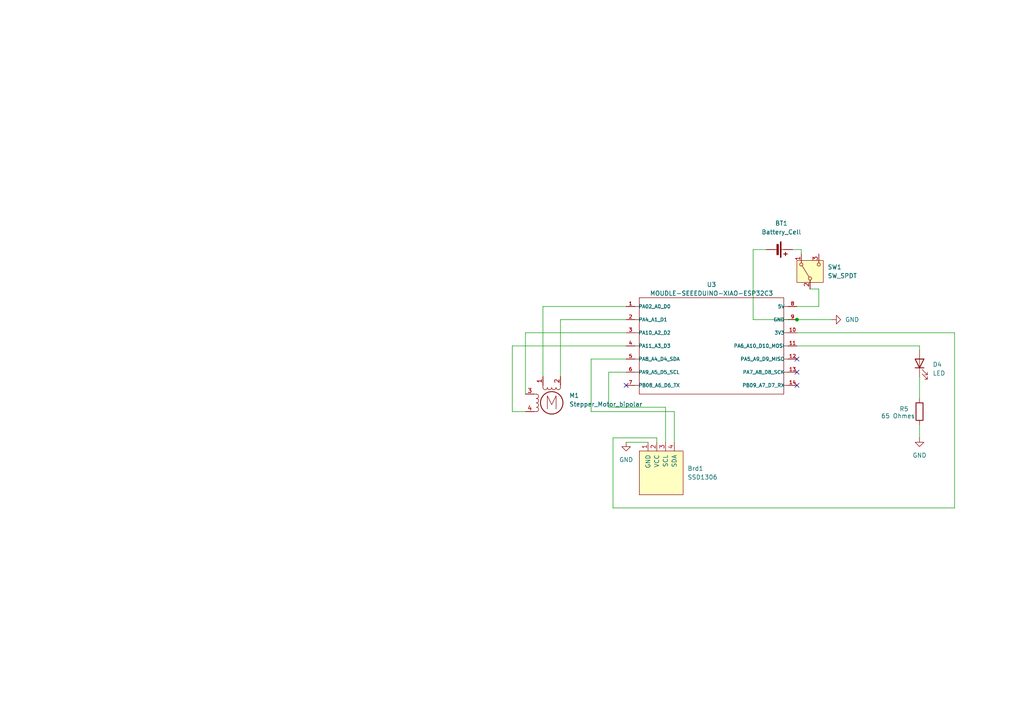
<source format=kicad_sch>
(kicad_sch
	(version 20231120)
	(generator "eeschema")
	(generator_version "8.0")
	(uuid "7337fde0-1ea6-453c-8879-0553c18887b5")
	(paper "A4")
	(title_block
		(title "Display part")
		(date "2025-02-05")
		(rev "V1")
		(company "Yu Shi")
	)
	(lib_symbols
		(symbol "Device:Battery_Cell"
			(pin_numbers hide)
			(pin_names
				(offset 0) hide)
			(exclude_from_sim no)
			(in_bom yes)
			(on_board yes)
			(property "Reference" "BT"
				(at 2.54 2.54 0)
				(effects
					(font
						(size 1.27 1.27)
					)
					(justify left)
				)
			)
			(property "Value" "Battery_Cell"
				(at 2.54 0 0)
				(effects
					(font
						(size 1.27 1.27)
					)
					(justify left)
				)
			)
			(property "Footprint" ""
				(at 0 1.524 90)
				(effects
					(font
						(size 1.27 1.27)
					)
					(hide yes)
				)
			)
			(property "Datasheet" "~"
				(at 0 1.524 90)
				(effects
					(font
						(size 1.27 1.27)
					)
					(hide yes)
				)
			)
			(property "Description" "Single-cell battery"
				(at 0 0 0)
				(effects
					(font
						(size 1.27 1.27)
					)
					(hide yes)
				)
			)
			(property "ki_keywords" "battery cell"
				(at 0 0 0)
				(effects
					(font
						(size 1.27 1.27)
					)
					(hide yes)
				)
			)
			(symbol "Battery_Cell_0_1"
				(rectangle
					(start -2.286 1.778)
					(end 2.286 1.524)
					(stroke
						(width 0)
						(type default)
					)
					(fill
						(type outline)
					)
				)
				(rectangle
					(start -1.524 1.016)
					(end 1.524 0.508)
					(stroke
						(width 0)
						(type default)
					)
					(fill
						(type outline)
					)
				)
				(polyline
					(pts
						(xy 0 0.762) (xy 0 0)
					)
					(stroke
						(width 0)
						(type default)
					)
					(fill
						(type none)
					)
				)
				(polyline
					(pts
						(xy 0 1.778) (xy 0 2.54)
					)
					(stroke
						(width 0)
						(type default)
					)
					(fill
						(type none)
					)
				)
				(polyline
					(pts
						(xy 0.762 3.048) (xy 1.778 3.048)
					)
					(stroke
						(width 0.254)
						(type default)
					)
					(fill
						(type none)
					)
				)
				(polyline
					(pts
						(xy 1.27 3.556) (xy 1.27 2.54)
					)
					(stroke
						(width 0.254)
						(type default)
					)
					(fill
						(type none)
					)
				)
			)
			(symbol "Battery_Cell_1_1"
				(pin passive line
					(at 0 5.08 270)
					(length 2.54)
					(name "+"
						(effects
							(font
								(size 1.27 1.27)
							)
						)
					)
					(number "1"
						(effects
							(font
								(size 1.27 1.27)
							)
						)
					)
				)
				(pin passive line
					(at 0 -2.54 90)
					(length 2.54)
					(name "-"
						(effects
							(font
								(size 1.27 1.27)
							)
						)
					)
					(number "2"
						(effects
							(font
								(size 1.27 1.27)
							)
						)
					)
				)
			)
		)
		(symbol "Device:LED"
			(pin_numbers hide)
			(pin_names
				(offset 1.016) hide)
			(exclude_from_sim no)
			(in_bom yes)
			(on_board yes)
			(property "Reference" "D"
				(at 0 2.54 0)
				(effects
					(font
						(size 1.27 1.27)
					)
				)
			)
			(property "Value" "LED"
				(at 0 -2.54 0)
				(effects
					(font
						(size 1.27 1.27)
					)
				)
			)
			(property "Footprint" ""
				(at 0 0 0)
				(effects
					(font
						(size 1.27 1.27)
					)
					(hide yes)
				)
			)
			(property "Datasheet" "~"
				(at 0 0 0)
				(effects
					(font
						(size 1.27 1.27)
					)
					(hide yes)
				)
			)
			(property "Description" "Light emitting diode"
				(at 0 0 0)
				(effects
					(font
						(size 1.27 1.27)
					)
					(hide yes)
				)
			)
			(property "ki_keywords" "LED diode"
				(at 0 0 0)
				(effects
					(font
						(size 1.27 1.27)
					)
					(hide yes)
				)
			)
			(property "ki_fp_filters" "LED* LED_SMD:* LED_THT:*"
				(at 0 0 0)
				(effects
					(font
						(size 1.27 1.27)
					)
					(hide yes)
				)
			)
			(symbol "LED_0_1"
				(polyline
					(pts
						(xy -1.27 -1.27) (xy -1.27 1.27)
					)
					(stroke
						(width 0.254)
						(type default)
					)
					(fill
						(type none)
					)
				)
				(polyline
					(pts
						(xy -1.27 0) (xy 1.27 0)
					)
					(stroke
						(width 0)
						(type default)
					)
					(fill
						(type none)
					)
				)
				(polyline
					(pts
						(xy 1.27 -1.27) (xy 1.27 1.27) (xy -1.27 0) (xy 1.27 -1.27)
					)
					(stroke
						(width 0.254)
						(type default)
					)
					(fill
						(type none)
					)
				)
				(polyline
					(pts
						(xy -3.048 -0.762) (xy -4.572 -2.286) (xy -3.81 -2.286) (xy -4.572 -2.286) (xy -4.572 -1.524)
					)
					(stroke
						(width 0)
						(type default)
					)
					(fill
						(type none)
					)
				)
				(polyline
					(pts
						(xy -1.778 -0.762) (xy -3.302 -2.286) (xy -2.54 -2.286) (xy -3.302 -2.286) (xy -3.302 -1.524)
					)
					(stroke
						(width 0)
						(type default)
					)
					(fill
						(type none)
					)
				)
			)
			(symbol "LED_1_1"
				(pin passive line
					(at -3.81 0 0)
					(length 2.54)
					(name "K"
						(effects
							(font
								(size 1.27 1.27)
							)
						)
					)
					(number "1"
						(effects
							(font
								(size 1.27 1.27)
							)
						)
					)
				)
				(pin passive line
					(at 3.81 0 180)
					(length 2.54)
					(name "A"
						(effects
							(font
								(size 1.27 1.27)
							)
						)
					)
					(number "2"
						(effects
							(font
								(size 1.27 1.27)
							)
						)
					)
				)
			)
		)
		(symbol "Device:R"
			(pin_numbers hide)
			(pin_names
				(offset 0)
			)
			(exclude_from_sim no)
			(in_bom yes)
			(on_board yes)
			(property "Reference" "R"
				(at 2.032 0 90)
				(effects
					(font
						(size 1.27 1.27)
					)
				)
			)
			(property "Value" "R"
				(at 0 0 90)
				(effects
					(font
						(size 1.27 1.27)
					)
				)
			)
			(property "Footprint" ""
				(at -1.778 0 90)
				(effects
					(font
						(size 1.27 1.27)
					)
					(hide yes)
				)
			)
			(property "Datasheet" "~"
				(at 0 0 0)
				(effects
					(font
						(size 1.27 1.27)
					)
					(hide yes)
				)
			)
			(property "Description" "Resistor"
				(at 0 0 0)
				(effects
					(font
						(size 1.27 1.27)
					)
					(hide yes)
				)
			)
			(property "ki_keywords" "R res resistor"
				(at 0 0 0)
				(effects
					(font
						(size 1.27 1.27)
					)
					(hide yes)
				)
			)
			(property "ki_fp_filters" "R_*"
				(at 0 0 0)
				(effects
					(font
						(size 1.27 1.27)
					)
					(hide yes)
				)
			)
			(symbol "R_0_1"
				(rectangle
					(start -1.016 -2.54)
					(end 1.016 2.54)
					(stroke
						(width 0.254)
						(type default)
					)
					(fill
						(type none)
					)
				)
			)
			(symbol "R_1_1"
				(pin passive line
					(at 0 3.81 270)
					(length 1.27)
					(name "~"
						(effects
							(font
								(size 1.27 1.27)
							)
						)
					)
					(number "1"
						(effects
							(font
								(size 1.27 1.27)
							)
						)
					)
				)
				(pin passive line
					(at 0 -3.81 90)
					(length 1.27)
					(name "~"
						(effects
							(font
								(size 1.27 1.27)
							)
						)
					)
					(number "2"
						(effects
							(font
								(size 1.27 1.27)
							)
						)
					)
				)
			)
		)
		(symbol "MOUDLE-SEEEDUINO-XIAO-ESP32C3_1"
			(pin_names
				(offset 1.016)
			)
			(exclude_from_sim no)
			(in_bom yes)
			(on_board yes)
			(property "Reference" "U"
				(at -21.59 15.24 0)
				(effects
					(font
						(size 1.27 1.27)
					)
					(justify left bottom)
				)
			)
			(property "Value" "MOUDLE-SEEEDUINO-XIAO-ESP32C3"
				(at -21.59 13.97 0)
				(effects
					(font
						(size 1.27 1.27)
					)
					(justify left bottom)
				)
			)
			(property "Footprint" "MOUDLE14P-SMD-2.54-21X17.8MM"
				(at 0 0 0)
				(effects
					(font
						(size 1.27 1.27)
					)
					(justify bottom)
					(hide yes)
				)
			)
			(property "Datasheet" ""
				(at 0 0 0)
				(effects
					(font
						(size 1.27 1.27)
					)
					(hide yes)
				)
			)
			(property "Description" ""
				(at 0 0 0)
				(effects
					(font
						(size 1.27 1.27)
					)
					(hide yes)
				)
			)
			(symbol "MOUDLE-SEEEDUINO-XIAO-ESP32C3_1_0_0"
				(polyline
					(pts
						(xy -21.59 -13.97) (xy -21.59 0)
					)
					(stroke
						(width 0.1524)
						(type default)
					)
					(fill
						(type none)
					)
				)
				(polyline
					(pts
						(xy -21.59 -11.43) (xy -22.86 -11.43)
					)
					(stroke
						(width 0.1524)
						(type default)
					)
					(fill
						(type none)
					)
				)
				(polyline
					(pts
						(xy -21.59 -7.62) (xy -22.86 -7.62)
					)
					(stroke
						(width 0.1524)
						(type default)
					)
					(fill
						(type none)
					)
				)
				(polyline
					(pts
						(xy -21.59 -3.81) (xy -22.86 -3.81)
					)
					(stroke
						(width 0.1524)
						(type default)
					)
					(fill
						(type none)
					)
				)
				(polyline
					(pts
						(xy -21.59 0) (xy -22.86 0)
					)
					(stroke
						(width 0.1524)
						(type default)
					)
					(fill
						(type none)
					)
				)
				(polyline
					(pts
						(xy -21.59 0) (xy -21.59 3.81)
					)
					(stroke
						(width 0.1524)
						(type default)
					)
					(fill
						(type none)
					)
				)
				(polyline
					(pts
						(xy -21.59 3.81) (xy -22.86 3.81)
					)
					(stroke
						(width 0.1524)
						(type default)
					)
					(fill
						(type none)
					)
				)
				(polyline
					(pts
						(xy -21.59 3.81) (xy -21.59 7.62)
					)
					(stroke
						(width 0.1524)
						(type default)
					)
					(fill
						(type none)
					)
				)
				(polyline
					(pts
						(xy -21.59 7.62) (xy -22.86 7.62)
					)
					(stroke
						(width 0.1524)
						(type default)
					)
					(fill
						(type none)
					)
				)
				(polyline
					(pts
						(xy -21.59 7.62) (xy -21.59 11.43)
					)
					(stroke
						(width 0.1524)
						(type default)
					)
					(fill
						(type none)
					)
				)
				(polyline
					(pts
						(xy -21.59 11.43) (xy -22.86 11.43)
					)
					(stroke
						(width 0.1524)
						(type default)
					)
					(fill
						(type none)
					)
				)
				(polyline
					(pts
						(xy -21.59 11.43) (xy -21.59 13.97)
					)
					(stroke
						(width 0.1524)
						(type default)
					)
					(fill
						(type none)
					)
				)
				(polyline
					(pts
						(xy -21.59 13.97) (xy 20.32 13.97)
					)
					(stroke
						(width 0.1524)
						(type default)
					)
					(fill
						(type none)
					)
				)
				(polyline
					(pts
						(xy 20.32 -13.97) (xy -21.59 -13.97)
					)
					(stroke
						(width 0.1524)
						(type default)
					)
					(fill
						(type none)
					)
				)
				(polyline
					(pts
						(xy 20.32 3.81) (xy 20.32 -13.97)
					)
					(stroke
						(width 0.1524)
						(type default)
					)
					(fill
						(type none)
					)
				)
				(polyline
					(pts
						(xy 20.32 7.62) (xy 20.32 3.81)
					)
					(stroke
						(width 0.1524)
						(type default)
					)
					(fill
						(type none)
					)
				)
				(polyline
					(pts
						(xy 20.32 11.43) (xy 20.32 7.62)
					)
					(stroke
						(width 0.1524)
						(type default)
					)
					(fill
						(type none)
					)
				)
				(polyline
					(pts
						(xy 20.32 13.97) (xy 20.32 11.43)
					)
					(stroke
						(width 0.1524)
						(type default)
					)
					(fill
						(type none)
					)
				)
				(polyline
					(pts
						(xy 21.59 -11.43) (xy 20.32 -11.43)
					)
					(stroke
						(width 0.1524)
						(type default)
					)
					(fill
						(type none)
					)
				)
				(polyline
					(pts
						(xy 21.59 -7.62) (xy 20.32 -7.62)
					)
					(stroke
						(width 0.1524)
						(type default)
					)
					(fill
						(type none)
					)
				)
				(polyline
					(pts
						(xy 21.59 -3.81) (xy 20.32 -3.81)
					)
					(stroke
						(width 0.1524)
						(type default)
					)
					(fill
						(type none)
					)
				)
				(polyline
					(pts
						(xy 21.59 0) (xy 20.32 0)
					)
					(stroke
						(width 0.1524)
						(type default)
					)
					(fill
						(type none)
					)
				)
				(polyline
					(pts
						(xy 21.59 3.81) (xy 20.32 3.81)
					)
					(stroke
						(width 0.1524)
						(type default)
					)
					(fill
						(type none)
					)
				)
				(polyline
					(pts
						(xy 21.59 7.62) (xy 20.32 7.62)
					)
					(stroke
						(width 0.1524)
						(type default)
					)
					(fill
						(type none)
					)
				)
				(polyline
					(pts
						(xy 21.59 11.43) (xy 20.32 11.43)
					)
					(stroke
						(width 0.1524)
						(type default)
					)
					(fill
						(type none)
					)
				)
				(pin bidirectional line
					(at -25.4 11.43 0)
					(length 2.54)
					(name "PA02_A0_D0"
						(effects
							(font
								(size 1.016 1.016)
							)
						)
					)
					(number "1"
						(effects
							(font
								(size 1.016 1.016)
							)
						)
					)
				)
				(pin bidirectional line
					(at 24.13 3.81 180)
					(length 2.54)
					(name "3V3"
						(effects
							(font
								(size 1.016 1.016)
							)
						)
					)
					(number "10"
						(effects
							(font
								(size 1.016 1.016)
							)
						)
					)
				)
				(pin bidirectional line
					(at 24.13 0 180)
					(length 2.54)
					(name "PA6_A10_D10_MOSI"
						(effects
							(font
								(size 1.016 1.016)
							)
						)
					)
					(number "11"
						(effects
							(font
								(size 1.016 1.016)
							)
						)
					)
				)
				(pin bidirectional line
					(at 24.13 -3.81 180)
					(length 2.54)
					(name "PA5_A9_D9_MISO"
						(effects
							(font
								(size 1.016 1.016)
							)
						)
					)
					(number "12"
						(effects
							(font
								(size 1.016 1.016)
							)
						)
					)
				)
				(pin bidirectional line
					(at 24.13 -7.62 180)
					(length 2.54)
					(name "PA7_A8_D8_SCK"
						(effects
							(font
								(size 1.016 1.016)
							)
						)
					)
					(number "13"
						(effects
							(font
								(size 1.016 1.016)
							)
						)
					)
				)
				(pin bidirectional line
					(at 24.13 -11.43 180)
					(length 2.54)
					(name "PB09_A7_D7_RX"
						(effects
							(font
								(size 1.016 1.016)
							)
						)
					)
					(number "14"
						(effects
							(font
								(size 1.016 1.016)
							)
						)
					)
				)
				(pin bidirectional line
					(at -25.4 7.62 0)
					(length 2.54)
					(name "PA4_A1_D1"
						(effects
							(font
								(size 1.016 1.016)
							)
						)
					)
					(number "2"
						(effects
							(font
								(size 1.016 1.016)
							)
						)
					)
				)
				(pin bidirectional line
					(at -25.4 3.81 0)
					(length 2.54)
					(name "PA10_A2_D2"
						(effects
							(font
								(size 1.016 1.016)
							)
						)
					)
					(number "3"
						(effects
							(font
								(size 1.016 1.016)
							)
						)
					)
				)
				(pin bidirectional line
					(at -25.4 0 0)
					(length 2.54)
					(name "PA11_A3_D3"
						(effects
							(font
								(size 1.016 1.016)
							)
						)
					)
					(number "4"
						(effects
							(font
								(size 1.016 1.016)
							)
						)
					)
				)
				(pin bidirectional line
					(at -25.4 -3.81 0)
					(length 2.54)
					(name "PA8_A4_D4_SDA"
						(effects
							(font
								(size 1.016 1.016)
							)
						)
					)
					(number "5"
						(effects
							(font
								(size 1.016 1.016)
							)
						)
					)
				)
				(pin bidirectional line
					(at -25.4 -7.62 0)
					(length 2.54)
					(name "PA9_A5_D5_SCL"
						(effects
							(font
								(size 1.016 1.016)
							)
						)
					)
					(number "6"
						(effects
							(font
								(size 1.016 1.016)
							)
						)
					)
				)
				(pin bidirectional line
					(at -25.4 -11.43 0)
					(length 2.54)
					(name "PB08_A6_D6_TX"
						(effects
							(font
								(size 1.016 1.016)
							)
						)
					)
					(number "7"
						(effects
							(font
								(size 1.016 1.016)
							)
						)
					)
				)
				(pin bidirectional line
					(at 24.13 11.43 180)
					(length 2.54)
					(name "5V"
						(effects
							(font
								(size 1.016 1.016)
							)
						)
					)
					(number "8"
						(effects
							(font
								(size 1.016 1.016)
							)
						)
					)
				)
				(pin bidirectional line
					(at 24.13 7.62 180)
					(length 2.54)
					(name "GND"
						(effects
							(font
								(size 1.016 1.016)
							)
						)
					)
					(number "9"
						(effects
							(font
								(size 1.016 1.016)
							)
						)
					)
				)
			)
		)
		(symbol "Motor:Stepper_Motor_bipolar"
			(pin_names
				(offset 0) hide)
			(exclude_from_sim no)
			(in_bom yes)
			(on_board yes)
			(property "Reference" "M"
				(at 3.81 2.54 0)
				(effects
					(font
						(size 1.27 1.27)
					)
					(justify left)
				)
			)
			(property "Value" "Stepper_Motor_bipolar"
				(at 3.81 1.27 0)
				(effects
					(font
						(size 1.27 1.27)
					)
					(justify left top)
				)
			)
			(property "Footprint" ""
				(at 0.254 -0.254 0)
				(effects
					(font
						(size 1.27 1.27)
					)
					(hide yes)
				)
			)
			(property "Datasheet" "http://www.infineon.com/dgdl/Application-Note-TLE8110EE_driving_UniPolarStepperMotor_V1.1.pdf?fileId=db3a30431be39b97011be5d0aa0a00b0"
				(at 0.254 -0.254 0)
				(effects
					(font
						(size 1.27 1.27)
					)
					(hide yes)
				)
			)
			(property "Description" "4-wire bipolar stepper motor"
				(at 0 0 0)
				(effects
					(font
						(size 1.27 1.27)
					)
					(hide yes)
				)
			)
			(property "ki_keywords" "bipolar stepper motor"
				(at 0 0 0)
				(effects
					(font
						(size 1.27 1.27)
					)
					(hide yes)
				)
			)
			(property "ki_fp_filters" "PinHeader*P2.54mm*Vertical* TerminalBlock* Motor*"
				(at 0 0 0)
				(effects
					(font
						(size 1.27 1.27)
					)
					(hide yes)
				)
			)
			(symbol "Stepper_Motor_bipolar_0_0"
				(polyline
					(pts
						(xy -1.27 -1.778) (xy -1.27 2.032) (xy 0 -0.508) (xy 1.27 2.032) (xy 1.27 -1.778)
					)
					(stroke
						(width 0)
						(type default)
					)
					(fill
						(type none)
					)
				)
			)
			(symbol "Stepper_Motor_bipolar_0_1"
				(arc
					(start -4.445 -2.54)
					(mid -3.8127 -1.905)
					(end -4.445 -1.27)
					(stroke
						(width 0)
						(type default)
					)
					(fill
						(type none)
					)
				)
				(arc
					(start -4.445 -1.27)
					(mid -3.8127 -0.635)
					(end -4.445 0)
					(stroke
						(width 0)
						(type default)
					)
					(fill
						(type none)
					)
				)
				(arc
					(start -4.445 0)
					(mid -3.8127 0.635)
					(end -4.445 1.27)
					(stroke
						(width 0)
						(type default)
					)
					(fill
						(type none)
					)
				)
				(arc
					(start -4.445 1.27)
					(mid -3.8127 1.905)
					(end -4.445 2.54)
					(stroke
						(width 0)
						(type default)
					)
					(fill
						(type none)
					)
				)
				(arc
					(start -2.54 4.445)
					(mid -1.905 3.8127)
					(end -1.27 4.445)
					(stroke
						(width 0)
						(type default)
					)
					(fill
						(type none)
					)
				)
				(arc
					(start -1.27 4.445)
					(mid -0.635 3.8127)
					(end 0 4.445)
					(stroke
						(width 0)
						(type default)
					)
					(fill
						(type none)
					)
				)
				(polyline
					(pts
						(xy -5.08 -2.54) (xy -4.445 -2.54)
					)
					(stroke
						(width 0)
						(type default)
					)
					(fill
						(type none)
					)
				)
				(polyline
					(pts
						(xy -5.08 2.54) (xy -4.445 2.54)
					)
					(stroke
						(width 0)
						(type default)
					)
					(fill
						(type none)
					)
				)
				(polyline
					(pts
						(xy -2.54 5.08) (xy -2.54 4.445)
					)
					(stroke
						(width 0)
						(type default)
					)
					(fill
						(type none)
					)
				)
				(polyline
					(pts
						(xy 2.54 5.08) (xy 2.54 4.445)
					)
					(stroke
						(width 0)
						(type default)
					)
					(fill
						(type none)
					)
				)
				(circle
					(center 0 0)
					(radius 3.2512)
					(stroke
						(width 0.254)
						(type default)
					)
					(fill
						(type none)
					)
				)
				(arc
					(start 0 4.445)
					(mid 0.635 3.8127)
					(end 1.27 4.445)
					(stroke
						(width 0)
						(type default)
					)
					(fill
						(type none)
					)
				)
				(arc
					(start 1.27 4.445)
					(mid 1.905 3.8127)
					(end 2.54 4.445)
					(stroke
						(width 0)
						(type default)
					)
					(fill
						(type none)
					)
				)
			)
			(symbol "Stepper_Motor_bipolar_1_1"
				(pin passive line
					(at -2.54 7.62 270)
					(length 2.54)
					(name "~"
						(effects
							(font
								(size 1.27 1.27)
							)
						)
					)
					(number "1"
						(effects
							(font
								(size 1.27 1.27)
							)
						)
					)
				)
				(pin passive line
					(at 2.54 7.62 270)
					(length 2.54)
					(name "-"
						(effects
							(font
								(size 1.27 1.27)
							)
						)
					)
					(number "2"
						(effects
							(font
								(size 1.27 1.27)
							)
						)
					)
				)
				(pin passive line
					(at -7.62 2.54 0)
					(length 2.54)
					(name "~"
						(effects
							(font
								(size 1.27 1.27)
							)
						)
					)
					(number "3"
						(effects
							(font
								(size 1.27 1.27)
							)
						)
					)
				)
				(pin passive line
					(at -7.62 -2.54 0)
					(length 2.54)
					(name "~"
						(effects
							(font
								(size 1.27 1.27)
							)
						)
					)
					(number "4"
						(effects
							(font
								(size 1.27 1.27)
							)
						)
					)
				)
			)
		)
		(symbol "Switch:SW_SPDT"
			(pin_names
				(offset 0) hide)
			(exclude_from_sim no)
			(in_bom yes)
			(on_board yes)
			(property "Reference" "SW"
				(at 0 5.08 0)
				(effects
					(font
						(size 1.27 1.27)
					)
				)
			)
			(property "Value" "SW_SPDT"
				(at 0 -5.08 0)
				(effects
					(font
						(size 1.27 1.27)
					)
				)
			)
			(property "Footprint" ""
				(at 0 0 0)
				(effects
					(font
						(size 1.27 1.27)
					)
					(hide yes)
				)
			)
			(property "Datasheet" "~"
				(at 0 -7.62 0)
				(effects
					(font
						(size 1.27 1.27)
					)
					(hide yes)
				)
			)
			(property "Description" "Switch, single pole double throw"
				(at 0 0 0)
				(effects
					(font
						(size 1.27 1.27)
					)
					(hide yes)
				)
			)
			(property "ki_keywords" "switch single-pole double-throw spdt ON-ON"
				(at 0 0 0)
				(effects
					(font
						(size 1.27 1.27)
					)
					(hide yes)
				)
			)
			(symbol "SW_SPDT_0_1"
				(circle
					(center -2.032 0)
					(radius 0.4572)
					(stroke
						(width 0)
						(type default)
					)
					(fill
						(type none)
					)
				)
				(polyline
					(pts
						(xy -1.651 0.254) (xy 1.651 2.286)
					)
					(stroke
						(width 0)
						(type default)
					)
					(fill
						(type none)
					)
				)
				(circle
					(center 2.032 -2.54)
					(radius 0.4572)
					(stroke
						(width 0)
						(type default)
					)
					(fill
						(type none)
					)
				)
				(circle
					(center 2.032 2.54)
					(radius 0.4572)
					(stroke
						(width 0)
						(type default)
					)
					(fill
						(type none)
					)
				)
			)
			(symbol "SW_SPDT_1_1"
				(rectangle
					(start -3.175 3.81)
					(end 3.175 -3.81)
					(stroke
						(width 0)
						(type default)
					)
					(fill
						(type background)
					)
				)
				(pin passive line
					(at 5.08 2.54 180)
					(length 2.54)
					(name "A"
						(effects
							(font
								(size 1.27 1.27)
							)
						)
					)
					(number "1"
						(effects
							(font
								(size 1.27 1.27)
							)
						)
					)
				)
				(pin passive line
					(at -5.08 0 0)
					(length 2.54)
					(name "B"
						(effects
							(font
								(size 1.27 1.27)
							)
						)
					)
					(number "2"
						(effects
							(font
								(size 1.27 1.27)
							)
						)
					)
				)
				(pin passive line
					(at 5.08 -2.54 180)
					(length 2.54)
					(name "C"
						(effects
							(font
								(size 1.27 1.27)
							)
						)
					)
					(number "3"
						(effects
							(font
								(size 1.27 1.27)
							)
						)
					)
				)
			)
		)
		(symbol "displaySSD1306:SSD1306"
			(pin_names
				(offset 1.016)
			)
			(exclude_from_sim no)
			(in_bom yes)
			(on_board yes)
			(property "Reference" "Brd"
				(at 0 -3.81 0)
				(effects
					(font
						(size 1.27 1.27)
					)
				)
			)
			(property "Value" "SSD1306"
				(at 0 -1.27 0)
				(effects
					(font
						(size 1.27 1.27)
					)
				)
			)
			(property "Footprint" ""
				(at 0 6.35 0)
				(effects
					(font
						(size 1.27 1.27)
					)
					(hide yes)
				)
			)
			(property "Datasheet" ""
				(at 0 6.35 0)
				(effects
					(font
						(size 1.27 1.27)
					)
					(hide yes)
				)
			)
			(property "Description" "SSD1306 OLED"
				(at 0 0 0)
				(effects
					(font
						(size 1.27 1.27)
					)
					(hide yes)
				)
			)
			(property "ki_keywords" "SSD1306"
				(at 0 0 0)
				(effects
					(font
						(size 1.27 1.27)
					)
					(hide yes)
				)
			)
			(property "ki_fp_filters" "SSD1306-128x64_OLED:SSD1306"
				(at 0 0 0)
				(effects
					(font
						(size 1.27 1.27)
					)
					(hide yes)
				)
			)
			(symbol "SSD1306_0_1"
				(rectangle
					(start -6.35 6.35)
					(end 6.35 -6.35)
					(stroke
						(width 0)
						(type solid)
					)
					(fill
						(type background)
					)
				)
			)
			(symbol "SSD1306_1_1"
				(pin input line
					(at -3.81 8.89 270)
					(length 2.54)
					(name "GND"
						(effects
							(font
								(size 1.27 1.27)
							)
						)
					)
					(number "1"
						(effects
							(font
								(size 1.27 1.27)
							)
						)
					)
				)
				(pin input line
					(at -1.27 8.89 270)
					(length 2.54)
					(name "VCC"
						(effects
							(font
								(size 1.27 1.27)
							)
						)
					)
					(number "2"
						(effects
							(font
								(size 1.27 1.27)
							)
						)
					)
				)
				(pin input line
					(at 1.27 8.89 270)
					(length 2.54)
					(name "SCL"
						(effects
							(font
								(size 1.27 1.27)
							)
						)
					)
					(number "3"
						(effects
							(font
								(size 1.27 1.27)
							)
						)
					)
				)
				(pin input line
					(at 3.81 8.89 270)
					(length 2.54)
					(name "SDA"
						(effects
							(font
								(size 1.27 1.27)
							)
						)
					)
					(number "4"
						(effects
							(font
								(size 1.27 1.27)
							)
						)
					)
				)
			)
		)
		(symbol "power:GND"
			(power)
			(pin_numbers hide)
			(pin_names
				(offset 0) hide)
			(exclude_from_sim no)
			(in_bom yes)
			(on_board yes)
			(property "Reference" "#PWR"
				(at 0 -6.35 0)
				(effects
					(font
						(size 1.27 1.27)
					)
					(hide yes)
				)
			)
			(property "Value" "GND"
				(at 0 -3.81 0)
				(effects
					(font
						(size 1.27 1.27)
					)
				)
			)
			(property "Footprint" ""
				(at 0 0 0)
				(effects
					(font
						(size 1.27 1.27)
					)
					(hide yes)
				)
			)
			(property "Datasheet" ""
				(at 0 0 0)
				(effects
					(font
						(size 1.27 1.27)
					)
					(hide yes)
				)
			)
			(property "Description" "Power symbol creates a global label with name \"GND\" , ground"
				(at 0 0 0)
				(effects
					(font
						(size 1.27 1.27)
					)
					(hide yes)
				)
			)
			(property "ki_keywords" "global power"
				(at 0 0 0)
				(effects
					(font
						(size 1.27 1.27)
					)
					(hide yes)
				)
			)
			(symbol "GND_0_1"
				(polyline
					(pts
						(xy 0 0) (xy 0 -1.27) (xy 1.27 -1.27) (xy 0 -2.54) (xy -1.27 -1.27) (xy 0 -1.27)
					)
					(stroke
						(width 0)
						(type default)
					)
					(fill
						(type none)
					)
				)
			)
			(symbol "GND_1_1"
				(pin power_in line
					(at 0 0 270)
					(length 0)
					(name "~"
						(effects
							(font
								(size 1.27 1.27)
							)
						)
					)
					(number "1"
						(effects
							(font
								(size 1.27 1.27)
							)
						)
					)
				)
			)
		)
	)
	(junction
		(at 231.14 92.71)
		(diameter 0)
		(color 0 0 0 0)
		(uuid "3003dffe-9451-4d10-82b8-2ab442fcabb1")
	)
	(no_connect
		(at 231.14 107.95)
		(uuid "5ed34761-3ed7-4b33-b7a1-2cbb913dbff2")
	)
	(no_connect
		(at 181.61 111.76)
		(uuid "6ebb5a21-9b66-477a-9105-638c4d3c2e1b")
	)
	(no_connect
		(at 231.14 104.14)
		(uuid "e0544de7-43b3-42ae-be00-0628673103cc")
	)
	(no_connect
		(at 231.14 111.76)
		(uuid "ee06c9c9-7049-48b0-86ce-8a36f67cc5f2")
	)
	(wire
		(pts
			(xy 232.41 72.39) (xy 232.41 73.66)
		)
		(stroke
			(width 0)
			(type default)
		)
		(uuid "09b8253c-806a-4277-b3c5-ad9b057556f3")
	)
	(wire
		(pts
			(xy 193.04 118.11) (xy 176.53 118.11)
		)
		(stroke
			(width 0)
			(type default)
		)
		(uuid "0ddf292f-33bf-4efe-8137-db54362d2934")
	)
	(wire
		(pts
			(xy 266.7 100.33) (xy 266.7 101.6)
		)
		(stroke
			(width 0)
			(type default)
		)
		(uuid "152b2bb5-3a56-45f4-9187-22504f9915ee")
	)
	(wire
		(pts
			(xy 162.56 92.71) (xy 181.61 92.71)
		)
		(stroke
			(width 0)
			(type default)
		)
		(uuid "21d1e2c3-7c76-42e1-97fe-2b12e97bb217")
	)
	(wire
		(pts
			(xy 157.48 88.9) (xy 181.61 88.9)
		)
		(stroke
			(width 0)
			(type default)
		)
		(uuid "2468c43e-e9b4-4b84-aaaf-dd5aa7b8a223")
	)
	(wire
		(pts
			(xy 148.59 100.33) (xy 181.61 100.33)
		)
		(stroke
			(width 0)
			(type default)
		)
		(uuid "25310d93-243a-49c4-9021-9f986d87fdd1")
	)
	(wire
		(pts
			(xy 231.14 92.71) (xy 241.3 92.71)
		)
		(stroke
			(width 0)
			(type default)
		)
		(uuid "29b0d698-5e45-429a-bf30-544e9d750424")
	)
	(wire
		(pts
			(xy 218.44 72.39) (xy 218.44 92.71)
		)
		(stroke
			(width 0)
			(type default)
		)
		(uuid "2ad9dbe6-617b-429a-9abc-2141a6f2337d")
	)
	(wire
		(pts
			(xy 266.7 127) (xy 266.7 123.19)
		)
		(stroke
			(width 0)
			(type default)
		)
		(uuid "2ba216f3-5168-4ff7-ba3f-ce717dd5f049")
	)
	(wire
		(pts
			(xy 266.7 115.57) (xy 266.7 109.22)
		)
		(stroke
			(width 0)
			(type default)
		)
		(uuid "378e1eb9-5fe5-4d7a-8bc7-20cfdd38d7b2")
	)
	(wire
		(pts
			(xy 195.58 119.38) (xy 171.45 119.38)
		)
		(stroke
			(width 0)
			(type default)
		)
		(uuid "5da58349-989f-4eb3-b8c5-3021f3a7c010")
	)
	(wire
		(pts
			(xy 276.86 96.52) (xy 231.14 96.52)
		)
		(stroke
			(width 0)
			(type default)
		)
		(uuid "62c23ab3-68d0-446c-b256-72cdd2e3c295")
	)
	(wire
		(pts
			(xy 177.8 147.32) (xy 276.86 147.32)
		)
		(stroke
			(width 0)
			(type default)
		)
		(uuid "725a1cd5-ab36-4217-b266-2629a47f0ba2")
	)
	(wire
		(pts
			(xy 171.45 104.14) (xy 181.61 104.14)
		)
		(stroke
			(width 0)
			(type default)
		)
		(uuid "74cdd3e8-7a31-4cc8-8430-6a8e43773f43")
	)
	(wire
		(pts
			(xy 190.5 127) (xy 177.8 127)
		)
		(stroke
			(width 0)
			(type default)
		)
		(uuid "7528fee4-ec6e-41e2-b9df-bee048b8e59e")
	)
	(wire
		(pts
			(xy 177.8 127) (xy 177.8 147.32)
		)
		(stroke
			(width 0)
			(type default)
		)
		(uuid "7a2a0597-3bcf-49ca-9bea-b74f0fc3bd91")
	)
	(wire
		(pts
			(xy 218.44 72.39) (xy 222.25 72.39)
		)
		(stroke
			(width 0)
			(type default)
		)
		(uuid "7c0be20d-a268-46e1-8e05-0cfe05e6fe96")
	)
	(wire
		(pts
			(xy 152.4 114.3) (xy 152.4 96.52)
		)
		(stroke
			(width 0)
			(type default)
		)
		(uuid "8306d7c2-4231-42a1-bf1c-d8d64e38ca70")
	)
	(wire
		(pts
			(xy 234.95 83.82) (xy 237.49 83.82)
		)
		(stroke
			(width 0)
			(type default)
		)
		(uuid "83392b65-d133-49df-a58e-9f023ce0ecd9")
	)
	(wire
		(pts
			(xy 231.14 100.33) (xy 266.7 100.33)
		)
		(stroke
			(width 0)
			(type default)
		)
		(uuid "86db8ce0-138f-425a-8069-924ac170e602")
	)
	(wire
		(pts
			(xy 181.61 128.27) (xy 187.96 128.27)
		)
		(stroke
			(width 0)
			(type default)
		)
		(uuid "8806d476-b14b-4691-97c7-8cb847c5d2dc")
	)
	(wire
		(pts
			(xy 176.53 107.95) (xy 181.61 107.95)
		)
		(stroke
			(width 0)
			(type default)
		)
		(uuid "94ab9d92-80cc-4818-8b93-3585ae14af1b")
	)
	(wire
		(pts
			(xy 171.45 119.38) (xy 171.45 104.14)
		)
		(stroke
			(width 0)
			(type default)
		)
		(uuid "a3c88aae-11b3-4d42-b2c2-2c7e9d192313")
	)
	(wire
		(pts
			(xy 193.04 128.27) (xy 193.04 118.11)
		)
		(stroke
			(width 0)
			(type default)
		)
		(uuid "a54c31d9-2655-4479-a343-425fed9351f0")
	)
	(wire
		(pts
			(xy 148.59 119.38) (xy 148.59 100.33)
		)
		(stroke
			(width 0)
			(type default)
		)
		(uuid "af9715ff-eb88-4ead-b96a-5578c12ecfc7")
	)
	(wire
		(pts
			(xy 229.87 72.39) (xy 232.41 72.39)
		)
		(stroke
			(width 0)
			(type default)
		)
		(uuid "b1576efd-bac2-42f6-aff1-a1826af36fa7")
	)
	(wire
		(pts
			(xy 190.5 127) (xy 190.5 128.27)
		)
		(stroke
			(width 0)
			(type default)
		)
		(uuid "bce81821-3353-459a-863d-ebc52c559d1f")
	)
	(wire
		(pts
			(xy 152.4 119.38) (xy 148.59 119.38)
		)
		(stroke
			(width 0)
			(type default)
		)
		(uuid "c6519444-231a-4415-aa31-f7edac78cd93")
	)
	(wire
		(pts
			(xy 195.58 128.27) (xy 195.58 119.38)
		)
		(stroke
			(width 0)
			(type default)
		)
		(uuid "d074250d-d40a-4554-9be5-01bf1eb837f7")
	)
	(wire
		(pts
			(xy 162.56 109.22) (xy 162.56 92.71)
		)
		(stroke
			(width 0)
			(type default)
		)
		(uuid "df155519-3621-405e-b7f7-5801a443a63a")
	)
	(wire
		(pts
			(xy 237.49 83.82) (xy 237.49 88.9)
		)
		(stroke
			(width 0)
			(type default)
		)
		(uuid "ea3860c4-d19c-4c2d-a90d-eef56ff3e2e0")
	)
	(wire
		(pts
			(xy 237.49 88.9) (xy 231.14 88.9)
		)
		(stroke
			(width 0)
			(type default)
		)
		(uuid "ecabf0fb-dcfa-44b3-83ba-8f9331ead3c4")
	)
	(wire
		(pts
			(xy 276.86 147.32) (xy 276.86 96.52)
		)
		(stroke
			(width 0)
			(type default)
		)
		(uuid "ef523431-2ce9-419b-a222-7a5f16916dcf")
	)
	(wire
		(pts
			(xy 157.48 109.22) (xy 157.48 88.9)
		)
		(stroke
			(width 0)
			(type default)
		)
		(uuid "f206dee6-bbef-43aa-993f-51721ece7690")
	)
	(wire
		(pts
			(xy 152.4 96.52) (xy 181.61 96.52)
		)
		(stroke
			(width 0)
			(type default)
		)
		(uuid "fa4a94ab-43d0-45fe-93bf-185622af0255")
	)
	(wire
		(pts
			(xy 218.44 92.71) (xy 231.14 92.71)
		)
		(stroke
			(width 0)
			(type default)
		)
		(uuid "fe763cb1-b7b5-49b4-9b1f-755e832289f2")
	)
	(wire
		(pts
			(xy 176.53 118.11) (xy 176.53 107.95)
		)
		(stroke
			(width 0)
			(type default)
		)
		(uuid "ffe613b8-dcea-42d6-b3f2-06bbe89becec")
	)
	(symbol
		(lib_id "Device:Battery_Cell")
		(at 224.79 72.39 270)
		(unit 1)
		(exclude_from_sim no)
		(in_bom yes)
		(on_board yes)
		(dnp no)
		(fields_autoplaced yes)
		(uuid "14b1bfff-df4c-4005-952a-05fdb5384947")
		(property "Reference" "BT1"
			(at 226.6315 64.77 90)
			(effects
				(font
					(size 1.27 1.27)
				)
			)
		)
		(property "Value" "Battery_Cell"
			(at 226.6315 67.31 90)
			(effects
				(font
					(size 1.27 1.27)
				)
			)
		)
		(property "Footprint" "Connector_JST:JST_PH_B2B-PH-K_1x02_P2.00mm_Vertical"
			(at 226.314 72.39 90)
			(effects
				(font
					(size 1.27 1.27)
				)
				(hide yes)
			)
		)
		(property "Datasheet" "~"
			(at 226.314 72.39 90)
			(effects
				(font
					(size 1.27 1.27)
				)
				(hide yes)
			)
		)
		(property "Description" "Single-cell battery"
			(at 224.79 72.39 0)
			(effects
				(font
					(size 1.27 1.27)
				)
				(hide yes)
			)
		)
		(pin "1"
			(uuid "11418869-4495-4eb7-9f34-4084e8dcb6e9")
		)
		(pin "2"
			(uuid "790c4b85-9b6d-4957-b5d2-6a8676ccf7cc")
		)
		(instances
			(project ""
				(path "/7337fde0-1ea6-453c-8879-0553c18887b5"
					(reference "BT1")
					(unit 1)
				)
			)
		)
	)
	(symbol
		(lib_id "power:GND")
		(at 181.61 128.27 0)
		(unit 1)
		(exclude_from_sim no)
		(in_bom yes)
		(on_board yes)
		(dnp no)
		(fields_autoplaced yes)
		(uuid "543d203e-a594-454c-a5ff-8432cbb5e066")
		(property "Reference" "#PWR07"
			(at 181.61 134.62 0)
			(effects
				(font
					(size 1.27 1.27)
				)
				(hide yes)
			)
		)
		(property "Value" "GND"
			(at 181.61 133.35 0)
			(effects
				(font
					(size 1.27 1.27)
				)
			)
		)
		(property "Footprint" ""
			(at 181.61 128.27 0)
			(effects
				(font
					(size 1.27 1.27)
				)
				(hide yes)
			)
		)
		(property "Datasheet" ""
			(at 181.61 128.27 0)
			(effects
				(font
					(size 1.27 1.27)
				)
				(hide yes)
			)
		)
		(property "Description" "Power symbol creates a global label with name \"GND\" , ground"
			(at 181.61 128.27 0)
			(effects
				(font
					(size 1.27 1.27)
				)
				(hide yes)
			)
		)
		(pin "1"
			(uuid "d1084bcb-b2b5-4bdf-8a74-18942d018a99")
		)
		(instances
			(project "Lab3"
				(path "/7337fde0-1ea6-453c-8879-0553c18887b5"
					(reference "#PWR07")
					(unit 1)
				)
			)
		)
	)
	(symbol
		(lib_id "displaySSD1306:SSD1306")
		(at 191.77 137.16 0)
		(unit 1)
		(exclude_from_sim no)
		(in_bom yes)
		(on_board yes)
		(dnp no)
		(fields_autoplaced yes)
		(uuid "5b7c36d8-3b54-4364-a3d7-9b51507fbbe1")
		(property "Reference" "Brd1"
			(at 199.39 135.8899 0)
			(effects
				(font
					(size 1.27 1.27)
				)
				(justify left)
			)
		)
		(property "Value" "SSD1306"
			(at 199.39 138.4299 0)
			(effects
				(font
					(size 1.27 1.27)
				)
				(justify left)
			)
		)
		(property "Footprint" "1:128x64OLED"
			(at 191.77 130.81 0)
			(effects
				(font
					(size 1.27 1.27)
				)
				(hide yes)
			)
		)
		(property "Datasheet" ""
			(at 191.77 130.81 0)
			(effects
				(font
					(size 1.27 1.27)
				)
				(hide yes)
			)
		)
		(property "Description" "SSD1306 OLED"
			(at 191.77 137.16 0)
			(effects
				(font
					(size 1.27 1.27)
				)
				(hide yes)
			)
		)
		(pin "3"
			(uuid "b1fa0ff8-3572-4763-b580-96b5697c3769")
		)
		(pin "4"
			(uuid "906a002c-4396-4227-ad67-7d2c363e0a42")
		)
		(pin "1"
			(uuid "9a0d0417-438c-40bc-8e28-029968393d46")
		)
		(pin "2"
			(uuid "21998814-0799-4e70-ac94-0f7dd802227a")
		)
		(instances
			(project ""
				(path "/7337fde0-1ea6-453c-8879-0553c18887b5"
					(reference "Brd1")
					(unit 1)
				)
			)
		)
	)
	(symbol
		(lib_id "power:GND")
		(at 241.3 92.71 90)
		(unit 1)
		(exclude_from_sim no)
		(in_bom yes)
		(on_board yes)
		(dnp no)
		(fields_autoplaced yes)
		(uuid "6c2146c8-ad1d-420d-b6e5-9b11bad4318f")
		(property "Reference" "#PWR03"
			(at 247.65 92.71 0)
			(effects
				(font
					(size 1.27 1.27)
				)
				(hide yes)
			)
		)
		(property "Value" "GND"
			(at 245.11 92.7099 90)
			(effects
				(font
					(size 1.27 1.27)
				)
				(justify right)
			)
		)
		(property "Footprint" ""
			(at 241.3 92.71 0)
			(effects
				(font
					(size 1.27 1.27)
				)
				(hide yes)
			)
		)
		(property "Datasheet" ""
			(at 241.3 92.71 0)
			(effects
				(font
					(size 1.27 1.27)
				)
				(hide yes)
			)
		)
		(property "Description" "Power symbol creates a global label with name \"GND\" , ground"
			(at 241.3 92.71 0)
			(effects
				(font
					(size 1.27 1.27)
				)
				(hide yes)
			)
		)
		(pin "1"
			(uuid "cf6abf11-8c3d-4481-9000-6b612b3889a0")
		)
		(instances
			(project "Lab3"
				(path "/7337fde0-1ea6-453c-8879-0553c18887b5"
					(reference "#PWR03")
					(unit 1)
				)
			)
		)
	)
	(symbol
		(lib_id "Motor:Stepper_Motor_bipolar")
		(at 160.02 116.84 0)
		(unit 1)
		(exclude_from_sim no)
		(in_bom yes)
		(on_board yes)
		(dnp no)
		(fields_autoplaced yes)
		(uuid "91ec3882-34aa-475f-a20d-f80309f645d9")
		(property "Reference" "M1"
			(at 165.1 114.719 0)
			(effects
				(font
					(size 1.27 1.27)
				)
				(justify left)
			)
		)
		(property "Value" "Stepper_Motor_bipolar"
			(at 165.1 117.259 0)
			(effects
				(font
					(size 1.27 1.27)
				)
				(justify left)
			)
		)
		(property "Footprint" "3:x27_stepper"
			(at 160.274 117.094 0)
			(effects
				(font
					(size 1.27 1.27)
				)
				(hide yes)
			)
		)
		(property "Datasheet" "http://www.infineon.com/dgdl/Application-Note-TLE8110EE_driving_UniPolarStepperMotor_V1.1.pdf?fileId=db3a30431be39b97011be5d0aa0a00b0"
			(at 160.274 117.094 0)
			(effects
				(font
					(size 1.27 1.27)
				)
				(hide yes)
			)
		)
		(property "Description" "4-wire bipolar stepper motor"
			(at 160.02 116.84 0)
			(effects
				(font
					(size 1.27 1.27)
				)
				(hide yes)
			)
		)
		(pin "3"
			(uuid "e0947ae6-f3cc-4d92-9135-324491e4a523")
		)
		(pin "1"
			(uuid "e17da6f6-2a17-490d-9b09-3c61fcc1553a")
		)
		(pin "2"
			(uuid "82373602-134f-49d3-b4c6-54b159f7980c")
		)
		(pin "4"
			(uuid "e5048e99-99ca-45f1-a611-6a76e537d3b5")
		)
		(instances
			(project ""
				(path "/7337fde0-1ea6-453c-8879-0553c18887b5"
					(reference "M1")
					(unit 1)
				)
			)
		)
	)
	(symbol
		(lib_id "power:GND")
		(at 266.7 127 0)
		(unit 1)
		(exclude_from_sim no)
		(in_bom yes)
		(on_board yes)
		(dnp no)
		(fields_autoplaced yes)
		(uuid "b7e598ad-752e-461a-ae51-538213697cb0")
		(property "Reference" "#PWR08"
			(at 266.7 133.35 0)
			(effects
				(font
					(size 1.27 1.27)
				)
				(hide yes)
			)
		)
		(property "Value" "GND"
			(at 266.7 132.08 0)
			(effects
				(font
					(size 1.27 1.27)
				)
			)
		)
		(property "Footprint" ""
			(at 266.7 127 0)
			(effects
				(font
					(size 1.27 1.27)
				)
				(hide yes)
			)
		)
		(property "Datasheet" ""
			(at 266.7 127 0)
			(effects
				(font
					(size 1.27 1.27)
				)
				(hide yes)
			)
		)
		(property "Description" "Power symbol creates a global label with name \"GND\" , ground"
			(at 266.7 127 0)
			(effects
				(font
					(size 1.27 1.27)
				)
				(hide yes)
			)
		)
		(pin "1"
			(uuid "6fc4a8fd-bc81-40de-b8f1-3f054e88d792")
		)
		(instances
			(project "Lab3"
				(path "/7337fde0-1ea6-453c-8879-0553c18887b5"
					(reference "#PWR08")
					(unit 1)
				)
			)
		)
	)
	(symbol
		(lib_id "Device:LED")
		(at 266.7 105.41 90)
		(unit 1)
		(exclude_from_sim no)
		(in_bom yes)
		(on_board yes)
		(dnp no)
		(fields_autoplaced yes)
		(uuid "c27e9b3c-74d0-4389-9b6e-0c89d1777902")
		(property "Reference" "D4"
			(at 270.51 105.7274 90)
			(effects
				(font
					(size 1.27 1.27)
				)
				(justify right)
			)
		)
		(property "Value" "LED"
			(at 270.51 108.2674 90)
			(effects
				(font
					(size 1.27 1.27)
				)
				(justify right)
			)
		)
		(property "Footprint" "LED_THT:LED_D5.0mm"
			(at 266.7 105.41 0)
			(effects
				(font
					(size 1.27 1.27)
				)
				(hide yes)
			)
		)
		(property "Datasheet" "~"
			(at 266.7 105.41 0)
			(effects
				(font
					(size 1.27 1.27)
				)
				(hide yes)
			)
		)
		(property "Description" "Light emitting diode"
			(at 266.7 105.41 0)
			(effects
				(font
					(size 1.27 1.27)
				)
				(hide yes)
			)
		)
		(pin "2"
			(uuid "dc3fd156-d94f-4d08-8f41-c200b38904b5")
		)
		(pin "1"
			(uuid "c96a9910-7500-463d-b61b-d9432ecf621a")
		)
		(instances
			(project "Lab3"
				(path "/7337fde0-1ea6-453c-8879-0553c18887b5"
					(reference "D4")
					(unit 1)
				)
			)
		)
	)
	(symbol
		(lib_id "Switch:SW_SPDT")
		(at 234.95 78.74 90)
		(unit 1)
		(exclude_from_sim no)
		(in_bom yes)
		(on_board yes)
		(dnp no)
		(fields_autoplaced yes)
		(uuid "c2df59e0-3eea-4815-aaad-ff3678089e17")
		(property "Reference" "SW1"
			(at 240.03 77.4699 90)
			(effects
				(font
					(size 1.27 1.27)
				)
				(justify right)
			)
		)
		(property "Value" "SW_SPDT"
			(at 240.03 80.0099 90)
			(effects
				(font
					(size 1.27 1.27)
				)
				(justify right)
			)
		)
		(property "Footprint" "Connector_PinHeader_2.54mm:PinHeader_1x03_P2.54mm_Vertical"
			(at 234.95 78.74 0)
			(effects
				(font
					(size 1.27 1.27)
				)
				(hide yes)
			)
		)
		(property "Datasheet" "~"
			(at 242.57 78.74 0)
			(effects
				(font
					(size 1.27 1.27)
				)
				(hide yes)
			)
		)
		(property "Description" "Switch, single pole double throw"
			(at 234.95 78.74 0)
			(effects
				(font
					(size 1.27 1.27)
				)
				(hide yes)
			)
		)
		(pin "3"
			(uuid "dd7a46dc-b104-4505-a23a-d8faf14f416d")
		)
		(pin "2"
			(uuid "8f5707bb-2cef-4997-b3dc-5aa4ded6b17e")
		)
		(pin "1"
			(uuid "65a0ed38-493d-45e7-9e28-af6cfa485e27")
		)
		(instances
			(project ""
				(path "/7337fde0-1ea6-453c-8879-0553c18887b5"
					(reference "SW1")
					(unit 1)
				)
			)
		)
	)
	(symbol
		(lib_name "MOUDLE-SEEEDUINO-XIAO-ESP32C3_1")
		(lib_id "xiao:MOUDLE-SEEEDUINO-XIAO-ESP32C3")
		(at 207.01 100.33 0)
		(unit 1)
		(exclude_from_sim no)
		(in_bom yes)
		(on_board yes)
		(dnp no)
		(fields_autoplaced yes)
		(uuid "c76af249-3a62-4245-8e86-0fe38060bfd6")
		(property "Reference" "U3"
			(at 206.375 82.55 0)
			(effects
				(font
					(size 1.27 1.27)
				)
			)
		)
		(property "Value" "MOUDLE-SEEEDUINO-XIAO-ESP32C3"
			(at 206.375 85.09 0)
			(effects
				(font
					(size 1.27 1.27)
				)
			)
		)
		(property "Footprint" "6:XIAO_ESP32_SENSE"
			(at 207.01 100.33 0)
			(effects
				(font
					(size 1.27 1.27)
				)
				(justify bottom)
				(hide yes)
			)
		)
		(property "Datasheet" ""
			(at 207.01 100.33 0)
			(effects
				(font
					(size 1.27 1.27)
				)
				(hide yes)
			)
		)
		(property "Description" ""
			(at 207.01 100.33 0)
			(effects
				(font
					(size 1.27 1.27)
				)
				(hide yes)
			)
		)
		(pin "14"
			(uuid "9ba6f3e6-3fd8-4ed9-93a9-b6b6e929b099")
		)
		(pin "8"
			(uuid "00654c58-0752-426d-8131-ddf0d1c89eaf")
		)
		(pin "5"
			(uuid "d9aab02f-0483-4508-a157-4a165d191798")
		)
		(pin "10"
			(uuid "aa4a8709-3ade-4305-b2e6-b3542405f436")
		)
		(pin "12"
			(uuid "5fdf3eb8-e82b-4982-ad2e-8e82eb44fbd7")
		)
		(pin "13"
			(uuid "deeea17a-249c-451a-b140-a16453e02e50")
		)
		(pin "11"
			(uuid "4b7f3295-cb0c-4582-8ccf-8ae3f138e419")
		)
		(pin "4"
			(uuid "6d559c53-bbca-4e45-85dc-fc004aef0820")
		)
		(pin "7"
			(uuid "ed2c68d5-ad89-4dcc-80f5-80c4fbb0fa0f")
		)
		(pin "3"
			(uuid "7e61a34d-3c59-4d00-8d86-11b8fdc54ee2")
		)
		(pin "9"
			(uuid "76b7fd1a-67fe-48b5-a39b-a4194f82a385")
		)
		(pin "6"
			(uuid "8661a3f2-fca3-4321-bf3c-72281601a44a")
		)
		(pin "1"
			(uuid "3d717cbc-2d80-48cd-8f70-fbebdf49145d")
		)
		(pin "2"
			(uuid "c1655051-72c0-4c76-bc9f-f00daa3f1a52")
		)
		(instances
			(project ""
				(path "/7337fde0-1ea6-453c-8879-0553c18887b5"
					(reference "U3")
					(unit 1)
				)
			)
		)
	)
	(symbol
		(lib_id "Device:R")
		(at 266.7 119.38 0)
		(unit 1)
		(exclude_from_sim no)
		(in_bom yes)
		(on_board yes)
		(dnp no)
		(uuid "e41caad4-6ae6-407d-b8f8-8536c8634f42")
		(property "Reference" "R5"
			(at 260.858 118.618 0)
			(effects
				(font
					(size 1.27 1.27)
				)
				(justify left)
			)
		)
		(property "Value" "65 Ohmes"
			(at 255.524 120.65 0)
			(effects
				(font
					(size 1.27 1.27)
				)
				(justify left)
			)
		)
		(property "Footprint" "Resistor_THT:R_Axial_DIN0207_L6.3mm_D2.5mm_P10.16mm_Horizontal"
			(at 264.922 119.38 90)
			(effects
				(font
					(size 1.27 1.27)
				)
				(hide yes)
			)
		)
		(property "Datasheet" "~"
			(at 266.7 119.38 0)
			(effects
				(font
					(size 1.27 1.27)
				)
				(hide yes)
			)
		)
		(property "Description" "Resistor"
			(at 266.7 119.38 0)
			(effects
				(font
					(size 1.27 1.27)
				)
				(hide yes)
			)
		)
		(pin "1"
			(uuid "8aec0abc-32f9-46a9-b831-e0976b0df96a")
		)
		(pin "2"
			(uuid "5d311d49-24f7-4dee-9d97-b82df80b829e")
		)
		(instances
			(project "Lab3"
				(path "/7337fde0-1ea6-453c-8879-0553c18887b5"
					(reference "R5")
					(unit 1)
				)
			)
		)
	)
	(sheet_instances
		(path "/"
			(page "1")
		)
	)
)

</source>
